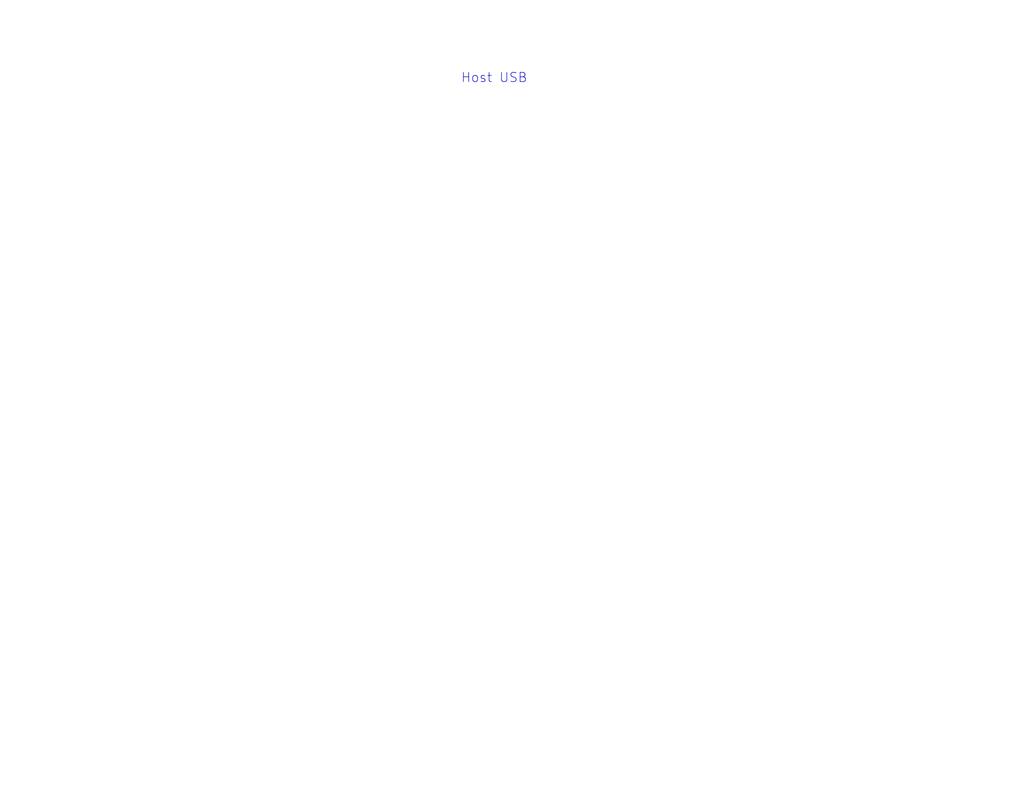
<source format=kicad_sch>
(kicad_sch (version 20230121) (generator eeschema)

  (uuid 41812446-d5c3-4840-add6-6209b1fce22e)

  (paper "USLetter")

  (title_block
    (date "2023-05-06")
    (rev "6")
  )

  (lib_symbols
  )


  (text "Host USB" (at 125.73 22.86 0)
    (effects (font (size 2.54 2.54)) (justify left bottom))
    (uuid 8d37e585-dac5-4a6f-8ff7-57e359d4d952)
  )
)

</source>
